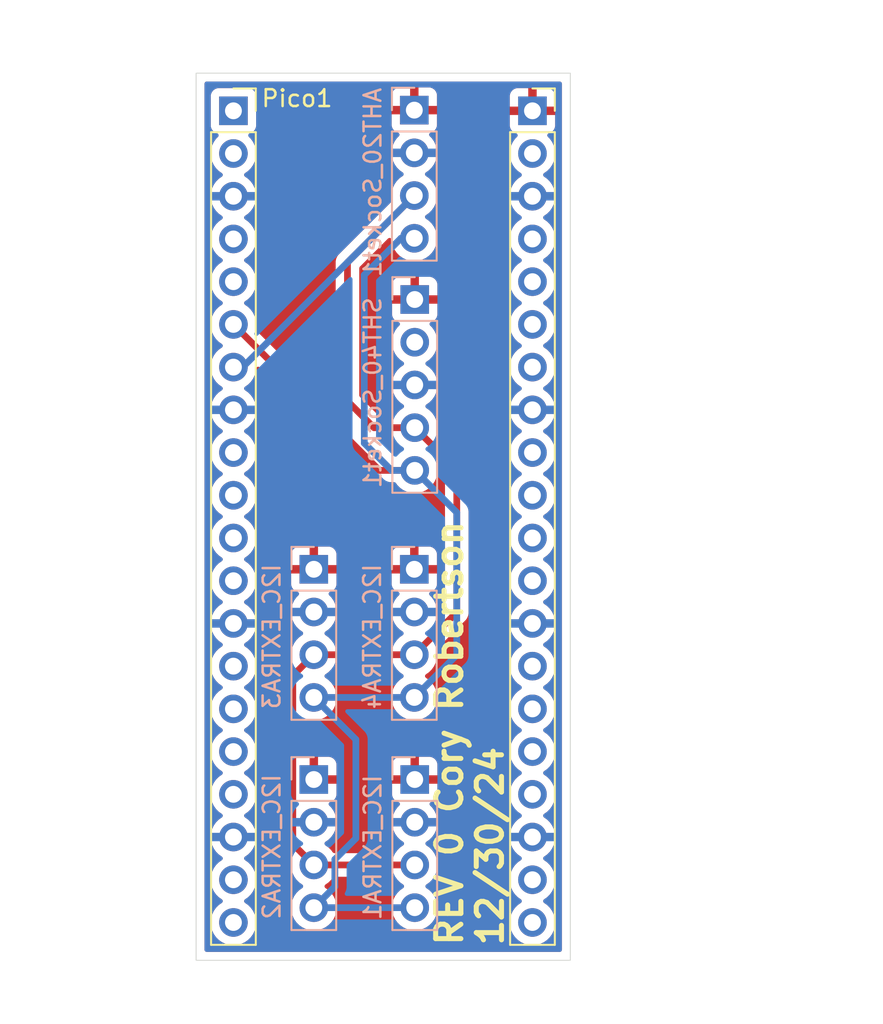
<source format=kicad_pcb>
(kicad_pcb (version 20240108) (generator "pcbnew") (generator_version "8.0")
  (layers (0 "F.Cu" signal) (31 "B.Cu" signal) (34 "B.Paste" user) (35 "F.Paste" user) (36 "B.SilkS" user "B.Silkscreen") (37 "F.SilkS" user "F.Silkscreen") (38 "B.Mask" user) (39 "F.Mask" user) (44 "Edge.Cuts" user))
  (net 0 "")
  (net 1 "GND")
  (net 2 "SCL")
  (net 3 "SDA")
  (net 4 "VBUS")
  (footprint "pico_foot:PicoSocket" (layer "F.Cu") (at 89.72 55.24)
    (property "Reference" "Pico1" (at 3.78 -0.74 0) (layer "F.SilkS"))
    (property "Value" "Pico Pinout")
    (fp_line (start -1.33 1.27) (end -1.33 49.59) (stroke (width 0.12)) (layer "F.SilkS"))
    (fp_line (start -1.33 1.27) (end 1.33 1.27) (stroke (width 0.12)) (layer "F.SilkS"))
    (fp_line (start -1.33 49.59) (end 1.33 49.59) (stroke (width 0.12)) (layer "F.SilkS"))
    (fp_line (start 0 -1.33) (end 1.33 -1.33) (stroke (width 0.12)) (layer "F.SilkS"))
    (fp_line (start 1.33 -1.33) (end 1.33 0) (stroke (width 0.12)) (layer "F.SilkS"))
    (fp_line (start 1.33 1.27) (end 1.33 49.59) (stroke (width 0.12)) (layer "F.SilkS"))
    (fp_line (start 16.45 1.27) (end 16.45 49.59) (stroke (width 0.12)) (layer "F.SilkS"))
    (fp_line (start 16.45 1.27) (end 19.11 1.27) (stroke (width 0.12)) (layer "F.SilkS"))
    (fp_line (start 16.45 49.59) (end 19.11 49.59) (stroke (width 0.12)) (layer "F.SilkS"))
    (fp_line (start 17.78 -1.33) (end 19.11 -1.33) (stroke (width 0.12)) (layer "F.SilkS"))
    (fp_line (start 19.11 -1.33) (end 19.11 0) (stroke (width 0.12)) (layer "F.SilkS"))
    (fp_line (start 19.11 1.27) (end 19.11 49.59) (stroke (width 0.12)) (layer "F.SilkS"))
    (pad "1" thru_hole rect (at 0 0) (size 1.7 1.7) (drill 1) (layers "*.Cu" "*.Mask"))
    (pad "2" thru_hole oval (at 0 2.54) (size 1.7 1.7) (drill 1) (layers "*.Cu" "*.Mask"))
    (pad "3" thru_hole oval (at 0 5.08) (size 1.7 1.7) (drill 1) (layers "*.Cu" "*.Mask") (net 1 "GND"))
    (pad "4" thru_hole oval (at 0 7.62) (size 1.7 1.7) (drill 1) (layers "*.Cu" "*.Mask"))
    (pad "5" thru_hole oval (at 0 10.16) (size 1.7 1.7) (drill 1) (layers "*.Cu" "*.Mask"))
    (pad "6" thru_hole oval (at 0 12.7) (size 1.7 1.7) (drill 1) (layers "*.Cu" "*.Mask") (net 3 "SDA"))
    (pad "7" thru_hole oval (at 0 15.24) (size 1.7 1.7) (drill 1) (layers "*.Cu" "*.Mask") (net 2 "SCL"))
    (pad "8" thru_hole oval (at 0 17.78) (size 1.7 1.7) (drill 1) (layers "*.Cu" "*.Mask") (net 1 "GND"))
    (pad "9" thru_hole oval (at 0 20.32) (size 1.7 1.7) (drill 1) (layers "*.Cu" "*.Mask"))
    (pad "10" thru_hole oval (at 0 22.86) (size 1.7 1.7) (drill 1) (layers "*.Cu" "*.Mask"))
    (pad "11" thru_hole oval (at 0 25.4) (size 1.7 1.7) (drill 1) (layers "*.Cu" "*.Mask"))
    (pad "12" thru_hole oval (at 0 27.94) (size 1.7 1.7) (drill 1) (layers "*.Cu" "*.Mask"))
    (pad "13" thru_hole oval (at 0 30.48) (size 1.7 1.7) (drill 1) (layers "*.Cu" "*.Mask") (net 1 "GND"))
    (pad "14" thru_hole oval (at 0 33.02) (size 1.7 1.7) (drill 1) (layers "*.Cu" "*.Mask"))
    (pad "15" thru_hole oval (at 0 35.56) (size 1.7 1.7) (drill 1) (layers "*.Cu" "*.Mask"))
    (pad "16" thru_hole oval (at 0 38.1) (size 1.7 1.7) (drill 1) (layers "*.Cu" "*.Mask"))
    (pad "17" thru_hole oval (at 0 40.64) (size 1.7 1.7) (drill 1) (layers "*.Cu" "*.Mask"))
    (pad "18" thru_hole oval (at 0 43.18) (size 1.7 1.7) (drill 1) (layers "*.Cu" "*.Mask") (net 1 "GND"))
    (pad "19" thru_hole oval (at 0 45.72) (size 1.7 1.7) (drill 1) (layers "*.Cu" "*.Mask"))
    (pad "20" thru_hole oval (at 0 48.26) (size 1.7 1.7) (drill 1) (layers "*.Cu" "*.Mask"))
    (pad "21" thru_hole oval (at 17.78 48.26) (size 1.7 1.7) (drill 1) (layers "*.Cu" "*.Mask"))
    (pad "22" thru_hole oval (at 17.78 45.72) (size 1.7 1.7) (drill 1) (layers "*.Cu" "*.Mask"))
    (pad "23" thru_hole oval (at 17.78 43.18) (size 1.7 1.7) (drill 1) (layers "*.Cu" "*.Mask") (net 1 "GND"))
    (pad "24" thru_hole oval (at 17.78 40.64) (size 1.7 1.7) (drill 1) (layers "*.Cu" "*.Mask"))
    (pad "25" thru_hole oval (at 17.78 38.1) (size 1.7 1.7) (drill 1) (layers "*.Cu" "*.Mask"))
    (pad "26" thru_hole oval (at 17.78 35.56) (size 1.7 1.7) (drill 1) (layers "*.Cu" "*.Mask"))
    (pad "27" thru_hole oval (at 17.78 33.02) (size 1.7 1.7) (drill 1) (layers "*.Cu" "*.Mask"))
    (pad "28" thru_hole oval (at 17.78 30.48) (size 1.7 1.7) (drill 1) (layers "*.Cu" "*.Mask") (net 1 "GND"))
    (pad "29" thru_hole oval (at 17.78 27.94) (size 1.7 1.7) (drill 1) (layers "*.Cu" "*.Mask"))
    (pad "30" thru_hole oval (at 17.78 25.4) (size 1.7 1.7) (drill 1) (layers "*.Cu" "*.Mask"))
    (pad "31" thru_hole oval (at 17.78 22.86) (size 1.7 1.7) (drill 1) (layers "*.Cu" "*.Mask"))
    (pad "32" thru_hole oval (at 17.78 20.32) (size 1.7 1.7) (drill 1) (layers "*.Cu" "*.Mask"))
    (pad "33" thru_hole oval (at 17.78 17.78) (size 1.7 1.7) (drill 1) (layers "*.Cu" "*.Mask") (net 1 "GND"))
    (pad "34" thru_hole oval (at 17.78 15.24) (size 1.7 1.7) (drill 1) (layers "*.Cu" "*.Mask"))
    (pad "35" thru_hole oval (at 17.78 12.7) (size 1.7 1.7) (drill 1) (layers "*.Cu" "*.Mask"))
    (pad "36" thru_hole oval (at 17.78 10.16) (size 1.7 1.7) (drill 1) (layers "*.Cu" "*.Mask"))
    (pad "37" thru_hole oval (at 17.78 7.62) (size 1.7 1.7) (drill 1) (layers "*.Cu" "*.Mask"))
    (pad "38" thru_hole oval (at 17.78 5.08) (size 1.7 1.7) (drill 1) (layers "*.Cu" "*.Mask") (net 1 "GND"))
    (pad "39" thru_hole oval (at 17.78 2.54) (size 1.7 1.7) (drill 1) (layers "*.Cu" "*.Mask"))
    (pad "40" thru_hole rect (at 17.78 0) (size 1.7 1.7) (drill 1) (layers "*.Cu" "*.Mask") (net 4 "VBUS"))
  )
  (footprint "Connector_PinSocket_2.54mm:PinSocket_1x04_P2.54mm_Vertical" (layer "B.Cu") (at 100.5 95 180)
    (property "Reference" "I2C_EXTRA1" (at 2.5 -4.04 90) (layer "B.SilkS") (effects (justify mirror)))
    (property "Value" "Conn_01x04_Socket")
    (fp_line (start 1.33 1.33) (end 0 1.33) (stroke (width 0.12)) (layer "B.SilkS"))
    (fp_line (start 1.33 0) (end 1.33 1.33) (stroke (width 0.12)) (layer "B.SilkS"))
    (fp_line (start 1.33 -1.27) (end -1.33 -1.27) (stroke (width 0.12)) (layer "B.SilkS"))
    (fp_line (start 1.33 -8.95) (end 1.33 -1.27) (stroke (width 0.12)) (layer "B.SilkS"))
    (fp_line (start 1.33 -8.95) (end -1.33 -8.95) (stroke (width 0.12)) (layer "B.SilkS"))
    (fp_line (start -1.33 -8.95) (end -1.33 -1.27) (stroke (width 0.12)) (layer "B.SilkS"))
    (pad "1" thru_hole rect (at 0 0 180) (size 1.7 1.7) (drill 1) (layers "*.Cu" "*.Mask") (net 4 "VBUS"))
    (pad "2" thru_hole oval (at 0 -2.54 180) (size 1.7 1.7) (drill 1) (layers "*.Cu" "*.Mask") (net 1 "GND"))
    (pad "3" thru_hole oval (at 0 -5.08 180) (size 1.7 1.7) (drill 1) (layers "*.Cu" "*.Mask") (net 2 "SCL"))
    (pad "4" thru_hole oval (at 0 -7.62 180) (size 1.7 1.7) (drill 1) (layers "*.Cu" "*.Mask") (net 3 "SDA"))
  )
  (footprint "Connector_PinSocket_2.54mm:PinSocket_1x04_P2.54mm_Vertical" (layer "B.Cu") (at 100.475 82.5 180)
    (property "Reference" "I2C_EXTRA4" (at 2.5 -4 90) (layer "B.SilkS") (effects (justify mirror)))
    (property "Value" "Conn_01x04_Socket")
    (fp_line (start 1.33 1.33) (end 0 1.33) (stroke (width 0.12)) (layer "B.SilkS"))
    (fp_line (start 1.33 0) (end 1.33 1.33) (stroke (width 0.12)) (layer "B.SilkS"))
    (fp_line (start 1.33 -1.27) (end -1.33 -1.27) (stroke (width 0.12)) (layer "B.SilkS"))
    (fp_line (start 1.33 -8.95) (end 1.33 -1.27) (stroke (width 0.12)) (layer "B.SilkS"))
    (fp_line (start 1.33 -8.95) (end -1.33 -8.95) (stroke (width 0.12)) (layer "B.SilkS"))
    (fp_line (start -1.33 -8.95) (end -1.33 -1.27) (stroke (width 0.12)) (layer "B.SilkS"))
    (pad "1" thru_hole rect (at 0 0 180) (size 1.7 1.7) (drill 1) (layers "*.Cu" "*.Mask") (net 4 "VBUS"))
    (pad "2" thru_hole oval (at 0 -2.54 180) (size 1.7 1.7) (drill 1) (layers "*.Cu" "*.Mask") (net 1 "GND"))
    (pad "3" thru_hole oval (at 0 -5.08 180) (size 1.7 1.7) (drill 1) (layers "*.Cu" "*.Mask") (net 2 "SCL"))
    (pad "4" thru_hole oval (at 0 -7.62 180) (size 1.7 1.7) (drill 1) (layers "*.Cu" "*.Mask") (net 3 "SDA"))
  )
  (footprint "Connector_PinSocket_2.54mm:PinSocket_1x05_P2.54mm_Vertical" (layer "B.Cu") (at 100.5 66.46 180)
    (property "Reference" "SHT40_Socket1" (at 2.5 -5.54 90) (layer "B.SilkS") (effects (justify mirror)))
    (property "Value" "Conn_01x05_Socket")
    (fp_line (start 1.33 1.33) (end 0 1.33) (stroke (width 0.12)) (layer "B.SilkS"))
    (fp_line (start 1.33 0) (end 1.33 1.33) (stroke (width 0.12)) (layer "B.SilkS"))
    (fp_line (start 1.33 -1.27) (end -1.33 -1.27) (stroke (width 0.12)) (layer "B.SilkS"))
    (fp_line (start 1.33 -11.49) (end 1.33 -1.27) (stroke (width 0.12)) (layer "B.SilkS"))
    (fp_line (start 1.33 -11.49) (end -1.33 -11.49) (stroke (width 0.12)) (layer "B.SilkS"))
    (fp_line (start -1.33 -11.49) (end -1.33 -1.27) (stroke (width 0.12)) (layer "B.SilkS"))
    (pad "1" thru_hole rect (at 0 0 180) (size 1.7 1.7) (drill 1) (layers "*.Cu" "*.Mask") (net 4 "VBUS"))
    (pad "2" thru_hole oval (at 0 -2.54 180) (size 1.7 1.7) (drill 1) (layers "*.Cu" "*.Mask"))
    (pad "3" thru_hole oval (at 0 -5.08 180) (size 1.7 1.7) (drill 1) (layers "*.Cu" "*.Mask") (net 1 "GND"))
    (pad "4" thru_hole oval (at 0 -7.62 180) (size 1.7 1.7) (drill 1) (layers "*.Cu" "*.Mask") (net 2 "SCL"))
    (pad "5" thru_hole oval (at 0 -10.16 180) (size 1.7 1.7) (drill 1) (layers "*.Cu" "*.Mask") (net 3 "SDA"))
  )
  (footprint "Connector_PinSocket_2.54mm:PinSocket_1x04_P2.54mm_Vertical" (layer "B.Cu") (at 94.5 95 180)
    (property "Reference" "I2C_EXTRA2" (at 2.5 -4 90) (layer "B.SilkS") (effects (justify mirror)))
    (property "Value" "Conn_01x04_Socket")
    (fp_line (start 1.33 1.33) (end 0 1.33) (stroke (width 0.12)) (layer "B.SilkS"))
    (fp_line (start 1.33 0) (end 1.33 1.33) (stroke (width 0.12)) (layer "B.SilkS"))
    (fp_line (start 1.33 -1.27) (end -1.33 -1.27) (stroke (width 0.12)) (layer "B.SilkS"))
    (fp_line (start 1.33 -8.95) (end 1.33 -1.27) (stroke (width 0.12)) (layer "B.SilkS"))
    (fp_line (start 1.33 -8.95) (end -1.33 -8.95) (stroke (width 0.12)) (layer "B.SilkS"))
    (fp_line (start -1.33 -8.95) (end -1.33 -1.27) (stroke (width 0.12)) (layer "B.SilkS"))
    (pad "1" thru_hole rect (at 0 0 180) (size 1.7 1.7) (drill 1) (layers "*.Cu" "*.Mask") (net 4 "VBUS"))
    (pad "2" thru_hole oval (at 0 -2.54 180) (size 1.7 1.7) (drill 1) (layers "*.Cu" "*.Mask") (net 1 "GND"))
    (pad "3" thru_hole oval (at 0 -5.08 180) (size 1.7 1.7) (drill 1) (layers "*.Cu" "*.Mask") (net 2 "SCL"))
    (pad "4" thru_hole oval (at 0 -7.62 180) (size 1.7 1.7) (drill 1) (layers "*.Cu" "*.Mask") (net 3 "SDA"))
  )
  (footprint "Connector_PinSocket_2.54mm:PinSocket_1x04_P2.54mm_Vertical" (layer "B.Cu") (at 94.5 82.5 180)
    (property "Reference" "I2C_EXTRA3" (at 2.5 -4 90) (layer "B.SilkS") (effects (justify mirror)))
    (property "Value" "Conn_01x04_Socket")
    (fp_line (start 1.33 1.33) (end 0 1.33) (stroke (width 0.12)) (layer "B.SilkS"))
    (fp_line (start 1.33 0) (end 1.33 1.33) (stroke (width 0.12)) (layer "B.SilkS"))
    (fp_line (start 1.33 -1.27) (end -1.33 -1.27) (stroke (width 0.12)) (layer "B.SilkS"))
    (fp_line (start 1.33 -8.95) (end 1.33 -1.27) (stroke (width 0.12)) (layer "B.SilkS"))
    (fp_line (start 1.33 -8.95) (end -1.33 -8.95) (stroke (width 0.12)) (layer "B.SilkS"))
    (fp_line (start -1.33 -8.95) (end -1.33 -1.27) (stroke (width 0.12)) (layer "B.SilkS"))
    (pad "1" thru_hole rect (at 0 0 180) (size 1.7 1.7) (drill 1) (layers "*.Cu" "*.Mask") (net 4 "VBUS"))
    (pad "2" thru_hole oval (at 0 -2.54 180) (size 1.7 1.7) (drill 1) (layers "*.Cu" "*.Mask") (net 1 "GND"))
    (pad "3" thru_hole oval (at 0 -5.08 180) (size 1.7 1.7) (drill 1) (layers "*.Cu" "*.Mask") (net 2 "SCL"))
    (pad "4" thru_hole oval (at 0 -7.62 180) (size 1.7 1.7) (drill 1) (layers "*.Cu" "*.Mask") (net 3 "SDA"))
  )
  (footprint "Connector_PinSocket_2.54mm:PinSocket_1x04_P2.54mm_Vertical" (layer "B.Cu") (at 100.475 55.2 180)
    (property "Reference" "AHT20_Socket1" (at 2.475 -4.3 90) (layer "B.SilkS") (effects (justify mirror)))
    (property "Value" "Conn_01x04_Socket")
    (fp_line (start 1.33 1.33) (end 0 1.33) (stroke (width 0.12)) (layer "B.SilkS"))
    (fp_line (start 1.33 0) (end 1.33 1.33) (stroke (width 0.12)) (layer "B.SilkS"))
    (fp_line (start 1.33 -1.27) (end -1.33 -1.27) (stroke (width 0.12)) (layer "B.SilkS"))
    (fp_line (start 1.33 -8.95) (end 1.33 -1.27) (stroke (width 0.12)) (layer "B.SilkS"))
    (fp_line (start 1.33 -8.95) (end -1.33 -8.95) (stroke (width 0.12)) (layer "B.SilkS"))
    (fp_line (start -1.33 -8.95) (end -1.33 -1.27) (stroke (width 0.12)) (layer "B.SilkS"))
    (pad "1" thru_hole rect (at 0 0 180) (size 1.7 1.7) (drill 1) (layers "*.Cu" "*.Mask") (net 4 "VBUS"))
    (pad "2" thru_hole oval (at 0 -2.54 180) (size 1.7 1.7) (drill 1) (layers "*.Cu" "*.Mask") (net 1 "GND"))
    (pad "3" thru_hole oval (at 0 -5.08 180) (size 1.7 1.7) (drill 1) (layers "*.Cu" "*.Mask") (net 2 "SCL"))
    (pad "4" thru_hole oval (at 0 -7.62 180) (size 1.7 1.7) (drill 1) (layers "*.Cu" "*.Mask") (net 3 "SDA"))
  )
  (gr_rect (start 87.5 53) (end 109.75 105.75) (stroke (width 0.05)) (fill none) (layer "Edge.Cuts"))
  (gr_text "REV 0 Cory Robertson\n12/30/24" (at 105.857391 105.014254 90) (layer "F.SilkS") (effects (font (size 1.5 1.5) (thickness 0.3) (bold yes)) (justify left bottom)))
  (segment (start 94.5 87.58) (end 93.25 88.83) (width 0.4) (layer "F.Cu") (net 2))
  (segment (start 103 76.58) (end 100.5 74.08) (width 0.4) (layer "F.Cu") (net 2))
  (segment (start 93.25 88.83) (end 93.25 98.83) (width 0.4) (layer "F.Cu") (net 2))
  (segment (start 96.5 64.255) (end 96.5 72.5) (width 0.4) (layer "F.Cu") (net 2))
  (segment (start 100.475 87.58) (end 94.5 87.58) (width 0.4) (layer "F.Cu") (net 2))
  (segment (start 100.475 87.58) (end 103 85.055) (width 0.4) (layer "F.Cu") (net 2))
  (segment (start 93.25 98.83) (end 94.5 100.08) (width 0.4) (layer "F.Cu") (net 2))
  (segment (start 98.08 74.08) (end 100.5 74.08) (width 0.4) (layer "F.Cu") (net 2))
  (segment (start 100.5 100.08) (end 94.5 100.08) (width 0.4) (layer "F.Cu") (net 2))
  (segment (start 96.5 72.5) (end 98.08 74.08) (width 0.4) (layer "F.Cu") (net 2))
  (segment (start 103 85.055) (end 103 76.58) (width 0.4) (layer "F.Cu") (net 2))
  (segment (start 100.475 60.28) (end 96.5 64.255) (width 0.4) (layer "F.Cu") (net 2))
  (segment (start 100.475 60.28) (end 90.275 70.48) (width 0.4) (layer "B.Cu") (net 2))
  (segment (start 90.275 70.48) (end 89.72 70.48) (width 0.4) (layer "B.Cu") (net 2))
  (segment (start 98.4 76.62) (end 89.72 67.94) (width 0.4) (layer "F.Cu") (net 3))
  (segment (start 100.5 76.62) (end 98.4 76.62) (width 0.4) (layer "F.Cu") (net 3))
  (segment (start 97.5 65) (end 97.5 75) (width 0.4) (layer "B.Cu") (net 3))
  (segment (start 97 92.62) (end 97 98.5) (width 0.4) (layer "B.Cu") (net 3))
  (segment (start 100.475 90.12) (end 94.5 90.12) (width 0.4) (layer "B.Cu") (net 3))
  (segment (start 95.75 101.37) (end 94.5 102.62) (width 0.4) (layer "B.Cu") (net 3))
  (segment (start 95.75 99.75) (end 95.75 101.37) (width 0.4) (layer "B.Cu") (net 3))
  (segment (start 94.5 90.12) (end 97 92.62) (width 0.4) (layer "B.Cu") (net 3))
  (segment (start 99.68 62.82) (end 97.5 65) (width 0.4) (layer "B.Cu") (net 3))
  (segment (start 94.5 102.62) (end 100.5 102.62) (width 0.4) (layer "B.Cu") (net 3))
  (segment (start 99.12 76.62) (end 100.5 76.62) (width 0.4) (layer "B.Cu") (net 3))
  (segment (start 97 98.5) (end 95.75 99.75) (width 0.4) (layer "B.Cu") (net 3))
  (segment (start 103 79.12) (end 103 87.595) (width 0.4) (layer "B.Cu") (net 3))
  (segment (start 100.5 76.62) (end 103 79.12) (width 0.4) (layer "B.Cu") (net 3))
  (segment (start 97.5 75) (end 99.12 76.62) (width 0.4) (layer "B.Cu") (net 3))
  (segment (start 100.475 62.82) (end 99.68 62.82) (width 0.4) (layer "B.Cu") (net 3))
  (segment (start 103 87.595) (end 100.475 90.12) (width 0.4) (layer "B.Cu") (net 3))
  (segment (start 100.515 55.24) (end 100.475 55.2) (width 0.4) (layer "F.Cu") (net 4))
  (segment (start 100.475 55.2) (end 99.8 55.2) (width 0.4) (layer "F.Cu") (net 4))
  (zone (net 4) (net_name "VBUS") (layer "F.Cu") (connect_pads (clearance 0.5)) (min_thickness 0.25) (fill yes (thermal_gap 0.5) (thermal_bridge_width 0.5))
    (polygon (pts (xy 87 106) (xy 110 106) (xy 110 52.5) (xy 87 52.5)))
  )
  (zone (net 1) (net_name "GND") (layer "B.Cu") (priority 1) (connect_pads (clearance 0.5)) (min_thickness 0.25) (fill yes (thermal_gap 0.5) (thermal_bridge_width 0.5))
    (polygon (pts (xy 87 106) (xy 110 106) (xy 110 52.5) (xy 87 52.5)))
  )
)
</source>
